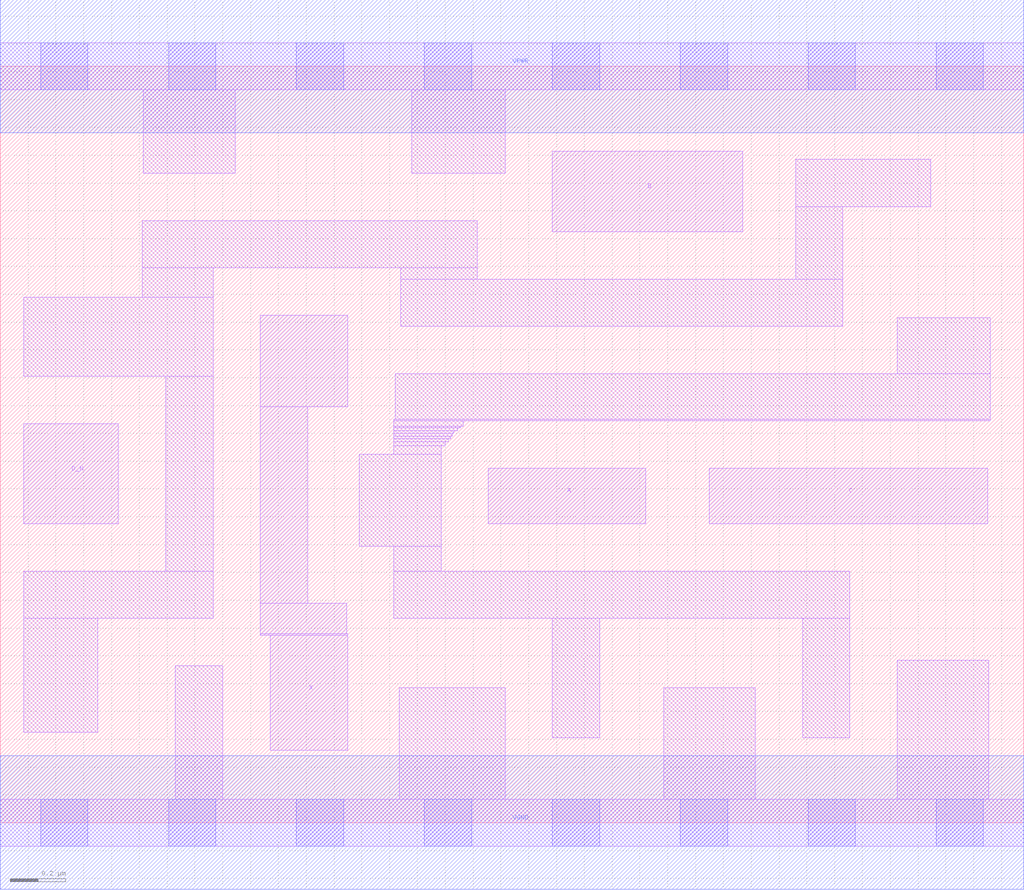
<source format=lef>
# Copyright 2020 The SkyWater PDK Authors
#
# Licensed under the Apache License, Version 2.0 (the "License");
# you may not use this file except in compliance with the License.
# You may obtain a copy of the License at
#
#     https://www.apache.org/licenses/LICENSE-2.0
#
# Unless required by applicable law or agreed to in writing, software
# distributed under the License is distributed on an "AS IS" BASIS,
# WITHOUT WARRANTIES OR CONDITIONS OF ANY KIND, either express or implied.
# See the License for the specific language governing permissions and
# limitations under the License.
#
# SPDX-License-Identifier: Apache-2.0

VERSION 5.7 ;
  NAMESCASESENSITIVE ON ;
  NOWIREEXTENSIONATPIN ON ;
  DIVIDERCHAR "/" ;
  BUSBITCHARS "[]" ;
UNITS
  DATABASE MICRONS 200 ;
END UNITS
MACRO sky130_fd_sc_hd__or4b_2
  CLASS CORE ;
  SOURCE USER ;
  FOREIGN sky130_fd_sc_hd__or4b_2 ;
  ORIGIN  0.000000  0.000000 ;
  SIZE  3.680000 BY  2.720000 ;
  SYMMETRY X Y R90 ;
  SITE unithd ;
  PIN A
    ANTENNAGATEAREA  0.126000 ;
    DIRECTION INPUT ;
    USE SIGNAL ;
    PORT
      LAYER li1 ;
        RECT 1.755000 1.075000 2.320000 1.275000 ;
    END
  END A
  PIN B
    ANTENNAGATEAREA  0.126000 ;
    DIRECTION INPUT ;
    USE SIGNAL ;
    PORT
      LAYER li1 ;
        RECT 1.985000 2.125000 2.670000 2.415000 ;
    END
  END B
  PIN C
    ANTENNAGATEAREA  0.126000 ;
    DIRECTION INPUT ;
    USE SIGNAL ;
    PORT
      LAYER li1 ;
        RECT 2.550000 1.075000 3.550000 1.275000 ;
    END
  END C
  PIN D_N
    ANTENNAGATEAREA  0.126000 ;
    DIRECTION INPUT ;
    USE SIGNAL ;
    PORT
      LAYER li1 ;
        RECT 0.085000 1.075000 0.425000 1.435000 ;
    END
  END D_N
  PIN X
    ANTENNADIFFAREA  0.445500 ;
    DIRECTION OUTPUT ;
    USE SIGNAL ;
    PORT
      LAYER li1 ;
        RECT 0.935000 0.675000 1.250000 0.680000 ;
        RECT 0.935000 0.680000 1.245000 0.790000 ;
        RECT 0.935000 0.790000 1.105000 1.495000 ;
        RECT 0.935000 1.495000 1.250000 1.825000 ;
        RECT 0.970000 0.260000 1.250000 0.675000 ;
    END
  END X
  PIN VGND
    DIRECTION INOUT ;
    SHAPE ABUTMENT ;
    USE GROUND ;
    PORT
      LAYER met1 ;
        RECT 0.000000 -0.240000 3.680000 0.240000 ;
    END
  END VGND
  PIN VPWR
    DIRECTION INOUT ;
    SHAPE ABUTMENT ;
    USE POWER ;
    PORT
      LAYER met1 ;
        RECT 0.000000 2.480000 3.680000 2.960000 ;
    END
  END VPWR
  OBS
    LAYER li1 ;
      RECT 0.000000 -0.085000 3.680000 0.085000 ;
      RECT 0.000000  2.635000 3.680000 2.805000 ;
      RECT 0.085000  0.325000 0.350000 0.735000 ;
      RECT 0.085000  0.735000 0.765000 0.905000 ;
      RECT 0.085000  1.605000 0.765000 1.890000 ;
      RECT 0.510000  1.890000 0.765000 1.995000 ;
      RECT 0.510000  1.995000 1.715000 2.165000 ;
      RECT 0.515000  2.335000 0.845000 2.635000 ;
      RECT 0.595000  0.905000 0.765000 1.605000 ;
      RECT 0.630000  0.085000 0.800000 0.565000 ;
      RECT 1.290000  0.995000 1.585000 1.325000 ;
      RECT 1.415000  0.735000 3.055000 0.905000 ;
      RECT 1.415000  0.905000 1.585000 0.995000 ;
      RECT 1.415000  1.325000 1.585000 1.355000 ;
      RECT 1.415000  1.355000 1.600000 1.370000 ;
      RECT 1.415000  1.370000 1.610000 1.380000 ;
      RECT 1.415000  1.380000 1.620000 1.390000 ;
      RECT 1.415000  1.390000 1.625000 1.400000 ;
      RECT 1.415000  1.400000 1.630000 1.410000 ;
      RECT 1.415000  1.410000 1.645000 1.420000 ;
      RECT 1.415000  1.420000 1.655000 1.425000 ;
      RECT 1.415000  1.425000 1.665000 1.445000 ;
      RECT 1.415000  1.445000 3.560000 1.450000 ;
      RECT 1.420000  1.450000 3.560000 1.615000 ;
      RECT 1.435000  0.085000 1.815000 0.485000 ;
      RECT 1.440000  1.785000 3.030000 1.955000 ;
      RECT 1.440000  1.955000 1.715000 1.995000 ;
      RECT 1.480000  2.335000 1.815000 2.635000 ;
      RECT 1.985000  0.305000 2.155000 0.735000 ;
      RECT 2.385000  0.085000 2.715000 0.485000 ;
      RECT 2.860000  1.955000 3.030000 2.215000 ;
      RECT 2.860000  2.215000 3.345000 2.385000 ;
      RECT 2.885000  0.305000 3.055000 0.735000 ;
      RECT 3.225000  0.085000 3.555000 0.585000 ;
      RECT 3.225000  1.615000 3.560000 1.815000 ;
    LAYER mcon ;
      RECT 0.145000 -0.085000 0.315000 0.085000 ;
      RECT 0.145000  2.635000 0.315000 2.805000 ;
      RECT 0.605000 -0.085000 0.775000 0.085000 ;
      RECT 0.605000  2.635000 0.775000 2.805000 ;
      RECT 1.065000 -0.085000 1.235000 0.085000 ;
      RECT 1.065000  2.635000 1.235000 2.805000 ;
      RECT 1.525000 -0.085000 1.695000 0.085000 ;
      RECT 1.525000  2.635000 1.695000 2.805000 ;
      RECT 1.985000 -0.085000 2.155000 0.085000 ;
      RECT 1.985000  2.635000 2.155000 2.805000 ;
      RECT 2.445000 -0.085000 2.615000 0.085000 ;
      RECT 2.445000  2.635000 2.615000 2.805000 ;
      RECT 2.905000 -0.085000 3.075000 0.085000 ;
      RECT 2.905000  2.635000 3.075000 2.805000 ;
      RECT 3.365000 -0.085000 3.535000 0.085000 ;
      RECT 3.365000  2.635000 3.535000 2.805000 ;
  END
END sky130_fd_sc_hd__or4b_2

</source>
